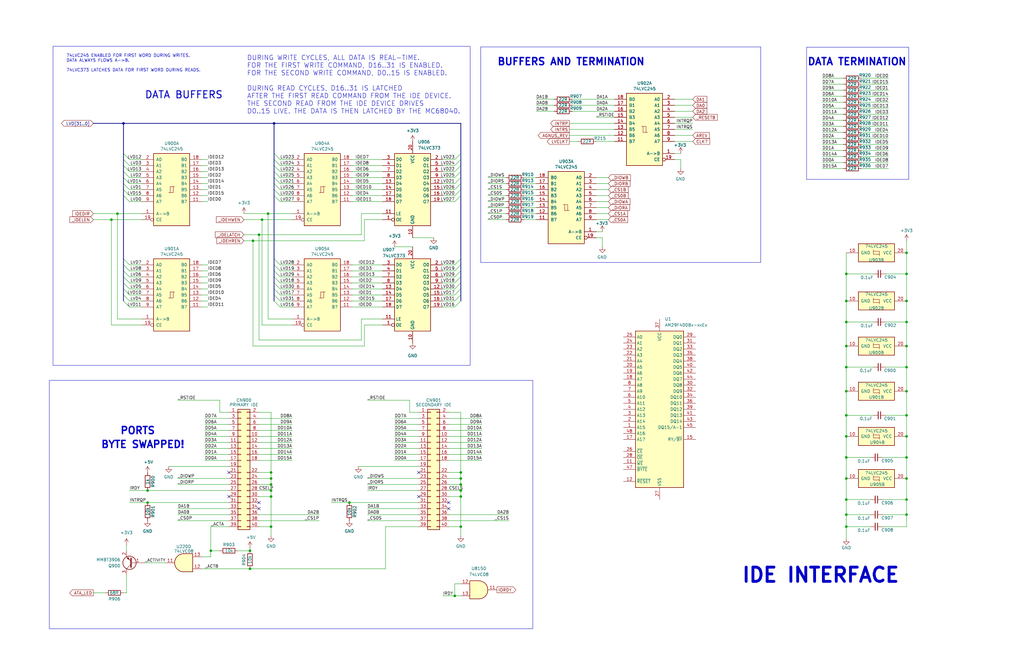
<source format=kicad_sch>
(kicad_sch (version 20231120) (generator "eeschema") (generator_version "8.0")
  (paper "B")
  (title_block (title "AMIGA PCI") (date "2025-05-27") (rev "6.0"))
  (junction (at 356.87 175.26))
  (junction (at 356.87 127))
  (junction (at 109.22 99.06))
  (junction (at 194.31 209.55))
  (junction (at 191.77 251.46))
  (junction (at 115.57 52.07))
  (junction (at 356.87 115.57))
  (junction (at 356.87 146.05))
  (junction (at 356.87 193.04))
  (junction (at 356.87 165.1))
  (junction (at 46.99 92.71))
  (junction (at 88.9 232.41))
  (junction (at 356.87 135.89))
  (junction (at 114.3 209.55))
  (junction (at 62.23 212.09))
  (junction (at 382.27 193.04))
  (junction (at 356.87 210.82))
  (junction (at 105.41 232.41))
  (junction (at 194.31 207.01))
  (junction (at 114.3 199.39))
  (junction (at 382.27 201.93))
  (junction (at 382.27 165.1))
  (junction (at 356.87 154.94))
  (junction (at 62.23 207.01))
  (junction (at 356.87 184.15))
  (junction (at 52.07 52.07))
  (junction (at 194.31 201.93))
  (junction (at 356.87 217.17))
  (junction (at 147.32 212.09))
  (junction (at 382.27 154.94))
  (junction (at 49.53 90.17))
  (junction (at 114.3 201.93))
  (junction (at 382.27 127))
  (junction (at 382.27 146.05))
  (junction (at 114.3 222.25))
  (junction (at 194.31 204.47))
  (junction (at 106.68 101.6))
  (junction (at 114.3 204.47))
  (junction (at 382.27 175.26))
  (junction (at 382.27 135.89))
  (junction (at 194.31 222.25))
  (junction (at 382.27 210.82))
  (junction (at 356.87 222.25))
  (junction (at 356.87 201.93))
  (junction (at 382.27 106.68))
  (junction (at 110.49 92.71))
  (junction (at 114.3 207.01))
  (junction (at 382.27 184.15))
  (junction (at 194.31 199.39))
  (junction (at 382.27 115.57))
  (junction (at 113.03 90.17))
  (junction (at 105.41 240.03))
  (junction (at 382.27 217.17))
  (no_connect (at 109.22 212.09))
  (no_connect (at 109.22 214.63))
  (no_connect (at 176.53 199.39))
  (no_connect (at 189.23 214.63))
  (no_connect (at 189.23 212.09))
  (no_connect (at 96.52 199.39))
  (no_connect (at 176.53 209.55))
  (no_connect (at 96.52 209.55))
  (bus_entry (at 194.31 121.92) (size -2.54 2.54))
  (bus_entry (at 194.31 114.3) (size -2.54 2.54))
  (bus_entry (at 115.57 80.01) (size 2.54 2.54))
  (bus_entry (at 194.31 119.38) (size -2.54 2.54))
  (bus_entry (at 194.31 64.77) (size -2.54 2.54))
  (bus_entry (at 52.07 127) (size 2.54 2.54))
  (bus_entry (at 115.57 124.46) (size 2.54 2.54))
  (bus_entry (at 194.31 116.84) (size -2.54 2.54))
  (bus_entry (at 115.57 82.55) (size 2.54 2.54))
  (bus_entry (at 52.07 72.39) (size 2.54 2.54))
  (bus_entry (at 52.07 114.3) (size 2.54 2.54))
  (bus_entry (at 52.07 121.92) (size 2.54 2.54))
  (bus_entry (at 52.07 119.38) (size 2.54 2.54))
  (bus_entry (at 194.31 67.31) (size -2.54 2.54))
  (bus_entry (at 115.57 127) (size 2.54 2.54))
  (bus_entry (at 115.57 116.84) (size 2.54 2.54))
  (bus_entry (at 52.07 77.47) (size 2.54 2.54))
  (bus_entry (at 194.31 74.93) (size -2.54 2.54))
  (bus_entry (at 115.57 121.92) (size 2.54 2.54))
  (bus_entry (at 52.07 111.76) (size 2.54 2.54))
  (bus_entry (at 194.31 109.22) (size -2.54 2.54))
  (bus_entry (at 52.07 64.77) (size 2.54 2.54))
  (bus_entry (at 115.57 119.38) (size 2.54 2.54))
  (bus_entry (at 194.31 72.39) (size -2.54 2.54))
  (bus_entry (at 115.57 72.39) (size 2.54 2.54))
  (bus_entry (at 115.57 64.77) (size 2.54 2.54))
  (bus_entry (at 194.31 69.85) (size -2.54 2.54))
  (bus_entry (at 115.57 77.47) (size 2.54 2.54))
  (bus_entry (at 115.57 69.85) (size 2.54 2.54))
  (bus_entry (at 115.57 74.93) (size 2.54 2.54))
  (bus_entry (at 115.57 114.3) (size 2.54 2.54))
  (bus_entry (at 194.31 77.47) (size -2.54 2.54))
  (bus_entry (at 52.07 109.22) (size 2.54 2.54))
  (bus_entry (at 194.31 127) (size -2.54 2.54))
  (bus_entry (at 194.31 124.46) (size -2.54 2.54))
  (bus_entry (at 52.07 116.84) (size 2.54 2.54))
  (bus_entry (at 52.07 67.31) (size 2.54 2.54))
  (bus_entry (at 52.07 74.93) (size 2.54 2.54))
  (bus_entry (at 52.07 80.01) (size 2.54 2.54))
  (bus_entry (at 115.57 67.31) (size 2.54 2.54))
  (bus_entry (at 194.31 82.55) (size -2.54 2.54))
  (bus_entry (at 194.31 111.76) (size -2.54 2.54))
  (bus_entry (at 52.07 82.55) (size 2.54 2.54))
  (bus_entry (at 194.31 80.01) (size -2.54 2.54))
  (bus_entry (at 52.07 124.46) (size 2.54 2.54))
  (bus_entry (at 115.57 109.22) (size 2.54 2.54))
  (bus_entry (at 115.57 111.76) (size 2.54 2.54))
  (bus_entry (at 52.07 69.85) (size 2.54 2.54))
  (wire (pts (xy 363.22 33.02) (xy 374.65 33.02)))
  (wire (pts (xy 251.46 49.53) (xy 259.08 49.53)))
  (wire (pts (xy 118.11 127) (xy 123.19 127)))
  (wire (pts (xy 54.61 74.93) (xy 59.69 74.93)))
  (wire (pts (xy 191.77 127) (xy 186.69 127)))
  (wire (pts (xy 241.3 46.99) (xy 259.08 46.99)))
  (wire (pts (xy 220.98 85.09) (xy 226.06 85.09)))
  (wire (pts (xy 86.36 189.23) (xy 96.52 189.23)))
  (wire (pts (xy 220.98 74.93) (xy 226.06 74.93)))
  (wire (pts (xy 189.23 191.77) (xy 203.2 191.77)))
  (wire (pts (xy 54.61 72.39) (xy 59.69 72.39)))
  (bus (pts (xy 52.07 52.07) (xy 39.37 52.07)))
  (wire (pts (xy 382.27 154.94) (xy 382.27 165.1)))
  (wire (pts (xy 54.61 119.38) (xy 59.69 119.38)))
  (wire (pts (xy 87.63 67.31) (xy 85.09 67.31)))
  (wire (pts (xy 191.77 69.85) (xy 186.69 69.85)))
  (wire (pts (xy 356.87 227.33) (xy 356.87 222.25)))
  (wire (pts (xy 118.11 69.85) (xy 123.19 69.85)))
  (wire (pts (xy 151.13 196.85) (xy 176.53 196.85)))
  (wire (pts (xy 87.63 72.39) (xy 85.09 72.39)))
  (bus (pts (xy 194.31 111.76) (xy 194.31 114.3)))
  (wire (pts (xy 240.03 52.07) (xy 259.08 52.07)))
  (wire (pts (xy 49.53 134.62) (xy 59.69 134.62)))
  (wire (pts (xy 382.27 115.57) (xy 373.38 115.57)))
  (wire (pts (xy 87.63 69.85) (xy 85.09 69.85)))
  (wire (pts (xy 363.22 38.1) (xy 374.65 38.1)))
  (wire (pts (xy 251.46 85.09) (xy 256.54 85.09)))
  (wire (pts (xy 86.36 176.53) (xy 96.52 176.53)))
  (wire (pts (xy 356.87 217.17) (xy 356.87 210.82)))
  (wire (pts (xy 226.06 46.99) (xy 233.68 46.99)))
  (bus (pts (xy 115.57 77.47) (xy 115.57 74.93)))
  (bus (pts (xy 194.31 114.3) (xy 194.31 116.84)))
  (wire (pts (xy 173.99 100.33) (xy 182.88 100.33)))
  (bus (pts (xy 115.57 124.46) (xy 115.57 127)))
  (wire (pts (xy 372.11 210.82) (xy 382.27 210.82)))
  (wire (pts (xy 241.3 44.45) (xy 259.08 44.45)))
  (bus (pts (xy 52.07 64.77) (xy 52.07 52.07)))
  (wire (pts (xy 87.63 116.84) (xy 85.09 116.84)))
  (bus (pts (xy 115.57 82.55) (xy 115.57 109.22)))
  (wire (pts (xy 74.93 219.71) (xy 96.52 219.71)))
  (wire (pts (xy 102.87 90.17) (xy 113.03 90.17)))
  (wire (pts (xy 356.87 201.93) (xy 356.87 210.82)))
  (wire (pts (xy 368.3 135.89) (xy 356.87 135.89)))
  (wire (pts (xy 346.71 35.56) (xy 355.6 35.56)))
  (bus (pts (xy 52.07 52.07) (xy 115.57 52.07)))
  (wire (pts (xy 118.11 74.93) (xy 123.19 74.93)))
  (bus (pts (xy 115.57 69.85) (xy 115.57 67.31)))
  (wire (pts (xy 284.48 54.61) (xy 292.1 54.61)))
  (wire (pts (xy 86.36 181.61) (xy 96.52 181.61)))
  (wire (pts (xy 363.22 40.64) (xy 374.65 40.64)))
  (wire (pts (xy 189.23 176.53) (xy 203.2 176.53)))
  (wire (pts (xy 191.77 85.09) (xy 186.69 85.09)))
  (wire (pts (xy 118.11 80.01) (xy 123.19 80.01)))
  (wire (pts (xy 205.74 77.47) (xy 213.36 77.47)))
  (wire (pts (xy 88.9 222.25) (xy 96.52 222.25)))
  (wire (pts (xy 118.11 124.46) (xy 123.19 124.46)))
  (wire (pts (xy 96.52 173.99) (xy 92.71 173.99)))
  (wire (pts (xy 191.77 246.38) (xy 191.77 251.46)))
  (wire (pts (xy 191.77 116.84) (xy 186.69 116.84)))
  (wire (pts (xy 166.37 184.15) (xy 176.53 184.15)))
  (wire (pts (xy 109.22 209.55) (xy 114.3 209.55)))
  (wire (pts (xy 382.27 146.05) (xy 382.27 154.94)))
  (wire (pts (xy 86.36 179.07) (xy 96.52 179.07)))
  (bus (pts (xy 115.57 114.3) (xy 115.57 116.84)))
  (wire (pts (xy 113.03 134.62) (xy 113.03 90.17)))
  (wire (pts (xy 148.59 119.38) (xy 161.29 119.38)))
  (bus (pts (xy 52.07 109.22) (xy 52.07 111.76)))
  (wire (pts (xy 109.22 201.93) (xy 114.3 201.93)))
  (wire (pts (xy 54.61 77.47) (xy 59.69 77.47)))
  (wire (pts (xy 86.36 186.69) (xy 96.52 186.69)))
  (wire (pts (xy 114.3 209.55) (xy 114.3 222.25)))
  (wire (pts (xy 49.53 90.17) (xy 59.69 90.17)))
  (wire (pts (xy 109.22 184.15) (xy 123.19 184.15)))
  (wire (pts (xy 166.37 104.14) (xy 173.99 104.14)))
  (wire (pts (xy 152.4 99.06) (xy 109.22 99.06)))
  (wire (pts (xy 251.46 74.93) (xy 256.54 74.93)))
  (wire (pts (xy 54.61 114.3) (xy 59.69 114.3)))
  (wire (pts (xy 284.48 41.91) (xy 292.1 41.91)))
  (wire (pts (xy 148.59 129.54) (xy 161.29 129.54)))
  (wire (pts (xy 148.59 111.76) (xy 161.29 111.76)))
  (wire (pts (xy 71.12 196.85) (xy 96.52 196.85)))
  (wire (pts (xy 109.22 173.99) (xy 114.3 173.99)))
  (wire (pts (xy 356.87 106.68) (xy 356.87 115.57)))
  (wire (pts (xy 346.71 66.04) (xy 355.6 66.04)))
  (wire (pts (xy 118.11 67.31) (xy 123.19 67.31)))
  (bus (pts (xy 52.07 74.93) (xy 52.07 72.39)))
  (wire (pts (xy 382.27 101.6) (xy 382.27 106.68)))
  (wire (pts (xy 363.22 50.8) (xy 374.65 50.8)))
  (bus (pts (xy 52.07 69.85) (xy 52.07 67.31)))
  (wire (pts (xy 161.29 134.62) (xy 152.4 134.62)))
  (wire (pts (xy 166.37 194.31) (xy 176.53 194.31)))
  (wire (pts (xy 189.23 201.93) (xy 194.31 201.93)))
  (wire (pts (xy 161.29 137.16) (xy 153.67 137.16)))
  (wire (pts (xy 346.71 45.72) (xy 355.6 45.72)))
  (wire (pts (xy 189.23 179.07) (xy 203.2 179.07)))
  (wire (pts (xy 191.77 74.93) (xy 186.69 74.93)))
  (wire (pts (xy 74.93 204.47) (xy 96.52 204.47)))
  (wire (pts (xy 153.67 146.05) (xy 106.68 146.05)))
  (wire (pts (xy 86.36 184.15) (xy 96.52 184.15)))
  (wire (pts (xy 251.46 97.79) (xy 254 97.79)))
  (wire (pts (xy 59.69 137.16) (xy 46.99 137.16)))
  (bus (pts (xy 52.07 82.55) (xy 52.07 80.01)))
  (bus (pts (xy 194.31 119.38) (xy 194.31 121.92)))
  (wire (pts (xy 382.27 193.04) (xy 382.27 201.93)))
  (wire (pts (xy 106.68 101.6) (xy 153.67 101.6)))
  (wire (pts (xy 54.61 121.92) (xy 59.69 121.92)))
  (bus (pts (xy 115.57 67.31) (xy 115.57 64.77)))
  (wire (pts (xy 109.22 194.31) (xy 123.19 194.31)))
  (wire (pts (xy 85.09 240.03) (xy 105.41 240.03)))
  (bus (pts (xy 115.57 119.38) (xy 115.57 121.92)))
  (wire (pts (xy 109.22 99.06) (xy 102.87 99.06)))
  (bus (pts (xy 194.31 121.92) (xy 194.31 124.46)))
  (bus (pts (xy 194.31 82.55) (xy 194.31 109.22)))
  (wire (pts (xy 189.23 189.23) (xy 203.2 189.23)))
  (wire (pts (xy 118.11 114.3) (xy 123.19 114.3)))
  (wire (pts (xy 226.06 41.91) (xy 233.68 41.91)))
  (wire (pts (xy 100.33 232.41) (xy 105.41 232.41)))
  (wire (pts (xy 105.41 240.03) (xy 162.56 240.03)))
  (wire (pts (xy 191.77 111.76) (xy 186.69 111.76)))
  (wire (pts (xy 148.59 77.47) (xy 161.29 77.47)))
  (wire (pts (xy 205.74 82.55) (xy 213.36 82.55)))
  (wire (pts (xy 346.71 33.02) (xy 355.6 33.02)))
  (wire (pts (xy 166.37 186.69) (xy 176.53 186.69)))
  (wire (pts (xy 191.77 82.55) (xy 186.69 82.55)))
  (wire (pts (xy 240.03 57.15) (xy 259.08 57.15)))
  (wire (pts (xy 166.37 189.23) (xy 176.53 189.23)))
  (wire (pts (xy 153.67 137.16) (xy 153.67 146.05)))
  (wire (pts (xy 194.31 207.01) (xy 194.31 209.55)))
  (wire (pts (xy 109.22 181.61) (xy 123.19 181.61)))
  (wire (pts (xy 372.11 217.17) (xy 382.27 217.17)))
  (wire (pts (xy 356.87 146.05) (xy 356.87 154.94)))
  (wire (pts (xy 148.59 85.09) (xy 161.29 85.09)))
  (wire (pts (xy 162.56 222.25) (xy 176.53 222.25)))
  (wire (pts (xy 166.37 181.61) (xy 176.53 181.61)))
  (wire (pts (xy 152.4 134.62) (xy 152.4 143.51)))
  (wire (pts (xy 118.11 119.38) (xy 123.19 119.38)))
  (wire (pts (xy 54.61 111.76) (xy 59.69 111.76)))
  (wire (pts (xy 60.96 237.49) (xy 69.85 237.49)))
  (wire (pts (xy 118.11 72.39) (xy 123.19 72.39)))
  (wire (pts (xy 87.63 111.76) (xy 85.09 111.76)))
  (wire (pts (xy 87.63 129.54) (xy 85.09 129.54)))
  (wire (pts (xy 191.77 124.46) (xy 186.69 124.46)))
  (wire (pts (xy 194.31 222.25) (xy 194.31 226.06)))
  (wire (pts (xy 382.27 201.93) (xy 382.27 210.82)))
  (wire (pts (xy 205.74 85.09) (xy 213.36 85.09)))
  (wire (pts (xy 284.48 46.99) (xy 292.1 46.99)))
  (wire (pts (xy 54.61 207.01) (xy 62.23 207.01)))
  (wire (pts (xy 148.59 124.46) (xy 161.29 124.46)))
  (wire (pts (xy 363.22 71.12) (xy 374.65 71.12)))
  (bus (pts (xy 194.31 80.01) (xy 194.31 77.47)))
  (wire (pts (xy 284.48 44.45) (xy 292.1 44.45)))
  (wire (pts (xy 240.03 59.69) (xy 243.84 59.69)))
  (bus (pts (xy 52.07 114.3) (xy 52.07 116.84)))
  (wire (pts (xy 105.41 231.14) (xy 105.41 232.41)))
  (wire (pts (xy 54.61 116.84) (xy 59.69 116.84)))
  (wire (pts (xy 88.9 234.95) (xy 88.9 232.41)))
  (bus (pts (xy 52.07 124.46) (xy 52.07 127)))
  (wire (pts (xy 251.46 87.63) (xy 256.54 87.63)))
  (wire (pts (xy 74.93 214.63) (xy 96.52 214.63)))
  (bus (pts (xy 52.07 116.84) (xy 52.07 119.38)))
  (bus (pts (xy 194.31 109.22) (xy 194.31 111.76)))
  (wire (pts (xy 284.48 52.07) (xy 292.1 52.07)))
  (wire (pts (xy 382.27 184.15) (xy 382.27 193.04)))
  (wire (pts (xy 363.22 43.18) (xy 374.65 43.18)))
  (wire (pts (xy 153.67 101.6) (xy 153.67 92.71)))
  (wire (pts (xy 53.34 229.87) (xy 53.34 232.41)))
  (wire (pts (xy 382.27 106.68) (xy 382.27 115.57)))
  (wire (pts (xy 284.48 64.77) (xy 287.02 64.77)))
  (wire (pts (xy 346.71 53.34) (xy 355.6 53.34)))
  (wire (pts (xy 356.87 127) (xy 356.87 135.89)))
  (wire (pts (xy 54.61 127) (xy 59.69 127)))
  (wire (pts (xy 154.94 201.93) (xy 176.53 201.93)))
  (wire (pts (xy 74.93 201.93) (xy 96.52 201.93)))
  (wire (pts (xy 166.37 179.07) (xy 176.53 179.07)))
  (wire (pts (xy 194.31 246.38) (xy 191.77 246.38)))
  (wire (pts (xy 373.38 175.26) (xy 382.27 175.26)))
  (wire (pts (xy 346.71 40.64) (xy 355.6 40.64)))
  (wire (pts (xy 346.71 58.42) (xy 355.6 58.42)))
  (wire (pts (xy 191.77 114.3) (xy 186.69 114.3)))
  (wire (pts (xy 356.87 115.57) (xy 356.87 127)))
  (bus (pts (xy 115.57 80.01) (xy 115.57 77.47)))
  (wire (pts (xy 154.94 168.91) (xy 172.72 168.91)))
  (wire (pts (xy 152.4 143.51) (xy 109.22 143.51)))
  (bus (pts (xy 194.31 116.84) (xy 194.31 119.38)))
  (wire (pts (xy 367.03 210.82) (xy 356.87 210.82)))
  (wire (pts (xy 191.77 72.39) (xy 186.69 72.39)))
  (wire (pts (xy 205.74 90.17) (xy 213.36 90.17)))
  (bus (pts (xy 115.57 111.76) (xy 115.57 114.3)))
  (wire (pts (xy 189.23 184.15) (xy 203.2 184.15)))
  (wire (pts (xy 109.22 207.01) (xy 114.3 207.01)))
  (wire (pts (xy 346.71 60.96) (xy 355.6 60.96)))
  (wire (pts (xy 241.3 41.91) (xy 259.08 41.91)))
  (wire (pts (xy 363.22 53.34) (xy 374.65 53.34)))
  (wire (pts (xy 54.61 85.09) (xy 59.69 85.09)))
  (wire (pts (xy 52.07 250.19) (xy 53.34 250.19)))
  (wire (pts (xy 148.59 127) (xy 161.29 127)))
  (bus (pts (xy 194.31 82.55) (xy 194.31 80.01)))
  (wire (pts (xy 189.23 207.01) (xy 194.31 207.01)))
  (wire (pts (xy 62.23 212.09) (xy 96.52 212.09)))
  (bus (pts (xy 115.57 52.07) (xy 194.31 52.07)))
  (wire (pts (xy 87.63 82.55) (xy 85.09 82.55)))
  (wire (pts (xy 356.87 154.94) (xy 356.87 165.1)))
  (wire (pts (xy 189.23 186.69) (xy 203.2 186.69)))
  (wire (pts (xy 154.94 219.71) (xy 176.53 219.71)))
  (wire (pts (xy 114.3 201.93) (xy 114.3 204.47)))
  (wire (pts (xy 109.22 186.69) (xy 123.19 186.69)))
  (wire (pts (xy 87.63 80.01) (xy 85.09 80.01)))
  (wire (pts (xy 189.23 199.39) (xy 194.31 199.39)))
  (wire (pts (xy 205.74 92.71) (xy 213.36 92.71)))
  (wire (pts (xy 114.3 204.47) (xy 114.3 207.01)))
  (wire (pts (xy 152.4 90.17) (xy 152.4 99.06)))
  (wire (pts (xy 54.61 67.31) (xy 59.69 67.31)))
  (bus (pts (xy 115.57 64.77) (xy 115.57 52.07)))
  (wire (pts (xy 110.49 137.16) (xy 110.49 92.71)))
  (wire (pts (xy 382.27 115.57) (xy 382.27 127)))
  (wire (pts (xy 363.22 55.88) (xy 374.65 55.88)))
  (bus (pts (xy 194.31 72.39) (xy 194.31 69.85)))
  (wire (pts (xy 87.63 127) (xy 85.09 127)))
  (wire (pts (xy 154.94 214.63) (xy 176.53 214.63)))
  (bus (pts (xy 194.31 74.93) (xy 194.31 72.39)))
  (wire (pts (xy 191.77 67.31) (xy 186.69 67.31)))
  (wire (pts (xy 346.71 55.88) (xy 355.6 55.88)))
  (wire (pts (xy 54.61 124.46) (xy 59.69 124.46)))
  (wire (pts (xy 382.27 127) (xy 382.27 135.89)))
  (wire (pts (xy 92.71 173.99) (xy 92.71 168.91)))
  (wire (pts (xy 346.71 63.5) (xy 355.6 63.5)))
  (wire (pts (xy 284.48 57.15) (xy 292.1 57.15)))
  (wire (pts (xy 346.71 71.12) (xy 355.6 71.12)))
  (wire (pts (xy 189.23 209.55) (xy 194.31 209.55)))
  (wire (pts (xy 114.3 207.01) (xy 114.3 209.55)))
  (wire (pts (xy 118.11 121.92) (xy 123.19 121.92)))
  (wire (pts (xy 53.34 250.19) (xy 53.34 242.57)))
  (wire (pts (xy 284.48 59.69) (xy 292.1 59.69)))
  (wire (pts (xy 39.37 92.71) (xy 46.99 92.71)))
  (wire (pts (xy 346.71 38.1) (xy 355.6 38.1)))
  (wire (pts (xy 46.99 137.16) (xy 46.99 92.71)))
  (bus (pts (xy 194.31 77.47) (xy 194.31 74.93)))
  (bus (pts (xy 194.31 67.31) (xy 194.31 64.77)))
  (wire (pts (xy 363.22 68.58) (xy 374.65 68.58)))
  (wire (pts (xy 346.71 68.58) (xy 355.6 68.58)))
  (wire (pts (xy 194.31 199.39) (xy 194.31 201.93)))
  (wire (pts (xy 382.27 217.17) (xy 382.27 222.25)))
  (wire (pts (xy 139.7 212.09) (xy 147.32 212.09)))
  (bus (pts (xy 52.07 72.39) (xy 52.07 69.85)))
  (wire (pts (xy 363.22 35.56) (xy 374.65 35.56)))
  (wire (pts (xy 148.59 67.31) (xy 161.29 67.31)))
  (bus (pts (xy 52.07 111.76) (xy 52.07 114.3)))
  (bus (pts (xy 52.07 82.55) (xy 52.07 109.22)))
  (wire (pts (xy 114.3 173.99) (xy 114.3 199.39)))
  (wire (pts (xy 85.09 234.95) (xy 88.9 234.95)))
  (wire (pts (xy 109.22 222.25) (xy 114.3 222.25)))
  (wire (pts (xy 382.27 175.26) (xy 382.27 184.15)))
  (wire (pts (xy 109.22 176.53) (xy 123.19 176.53)))
  (wire (pts (xy 62.23 207.01) (xy 96.52 207.01)))
  (wire (pts (xy 87.63 85.09) (xy 85.09 85.09)))
  (wire (pts (xy 113.03 90.17) (xy 123.19 90.17)))
  (wire (pts (xy 191.77 77.47) (xy 186.69 77.47)))
  (wire (pts (xy 226.06 44.45) (xy 233.68 44.45)))
  (wire (pts (xy 363.22 66.04) (xy 374.65 66.04)))
  (wire (pts (xy 109.22 204.47) (xy 114.3 204.47)))
  (wire (pts (xy 87.63 124.46) (xy 85.09 124.46)))
  (wire (pts (xy 220.98 77.47) (xy 226.06 77.47)))
  (wire (pts (xy 363.22 60.96) (xy 374.65 60.96)))
  (bus (pts (xy 52.07 77.47) (xy 52.07 74.93)))
  (wire (pts (xy 114.3 222.25) (xy 114.3 226.06)))
  (wire (pts (xy 118.11 111.76) (xy 123.19 111.76)))
  (wire (pts (xy 382.27 135.89) (xy 373.38 135.89)))
  (wire (pts (xy 118.11 77.47) (xy 123.19 77.47)))
  (wire (pts (xy 54.61 69.85) (xy 59.69 69.85)))
  (wire (pts (xy 220.98 92.71) (xy 226.06 92.71)))
  (wire (pts (xy 373.38 154.94) (xy 382.27 154.94)))
  (wire (pts (xy 148.59 80.01) (xy 161.29 80.01)))
  (wire (pts (xy 220.98 87.63) (xy 226.06 87.63)))
  (wire (pts (xy 109.22 179.07) (xy 123.19 179.07)))
  (wire (pts (xy 368.3 154.94) (xy 356.87 154.94)))
  (bus (pts (xy 194.31 124.46) (xy 194.31 127)))
  (wire (pts (xy 118.11 129.54) (xy 123.19 129.54)))
  (wire (pts (xy 367.03 222.25) (xy 356.87 222.25)))
  (wire (pts (xy 220.98 82.55) (xy 226.06 82.55)))
  (wire (pts (xy 191.77 251.46) (xy 194.31 251.46)))
  (wire (pts (xy 191.77 80.01) (xy 186.69 80.01)))
  (wire (pts (xy 87.63 114.3) (xy 85.09 114.3)))
  (bus (pts (xy 52.07 67.31) (xy 52.07 64.77)))
  (wire (pts (xy 220.98 80.01) (xy 226.06 80.01)))
  (wire (pts (xy 205.74 87.63) (xy 213.36 87.63)))
  (wire (pts (xy 220.98 90.17) (xy 226.06 90.17)))
  (wire (pts (xy 205.74 80.01) (xy 213.36 80.01)))
  (wire (pts (xy 287.02 67.31) (xy 284.48 67.31)))
  (bus (pts (xy 115.57 121.92) (xy 115.57 124.46)))
  (bus (pts (xy 115.57 82.55) (xy 115.57 80.01)))
  (wire (pts (xy 46.99 92.71) (xy 59.69 92.71)))
  (wire (pts (xy 87.63 119.38) (xy 85.09 119.38)))
  (wire (pts (xy 109.22 143.51) (xy 109.22 99.06)))
  (wire (pts (xy 189.23 204.47) (xy 194.31 204.47)))
  (wire (pts (xy 154.94 217.17) (xy 176.53 217.17)))
  (wire (pts (xy 162.56 240.03) (xy 162.56 222.25)))
  (wire (pts (xy 110.49 92.71) (xy 123.19 92.71)))
  (wire (pts (xy 189.23 173.99) (xy 194.31 173.99)))
  (bus (pts (xy 52.07 80.01) (xy 52.07 77.47)))
  (wire (pts (xy 382.27 135.89) (xy 382.27 146.05)))
  (wire (pts (xy 251.46 90.17) (xy 256.54 90.17)))
  (wire (pts (xy 189.23 181.61) (xy 203.2 181.61)))
  (bus (pts (xy 52.07 119.38) (xy 52.07 121.92)))
  (wire (pts (xy 191.77 119.38) (xy 186.69 119.38)))
  (wire (pts (xy 363.22 45.72) (xy 374.65 45.72)))
  (wire (pts (xy 147.32 212.09) (xy 176.53 212.09)))
  (wire (pts (xy 356.87 222.25) (xy 356.87 217.17)))
  (wire (pts (xy 194.31 204.47) (xy 194.31 207.01)))
  (wire (pts (xy 123.19 137.16) (xy 110.49 137.16)))
  (bus (pts (xy 115.57 72.39) (xy 115.57 69.85)))
  (wire (pts (xy 87.63 77.47) (xy 85.09 77.47)))
  (wire (pts (xy 363.22 58.42) (xy 374.65 58.42)))
  (wire (pts (xy 356.87 175.26) (xy 356.87 184.15)))
  (wire (pts (xy 382.27 210.82) (xy 382.27 217.17)))
  (wire (pts (xy 109.22 217.17) (xy 134.62 217.17)))
  (wire (pts (xy 240.03 54.61) (xy 259.08 54.61)))
  (wire (pts (xy 166.37 176.53) (xy 176.53 176.53)))
  (wire (pts (xy 194.31 173.99) (xy 194.31 199.39)))
  (wire (pts (xy 356.87 135.89) (xy 356.87 146.05)))
  (wire (pts (xy 251.46 77.47) (xy 256.54 77.47)))
  (wire (pts (xy 356.87 184.15) (xy 356.87 193.04)))
  (wire (pts (xy 189.23 222.25) (xy 194.31 222.25)))
  (wire (pts (xy 113.03 134.62) (xy 123.19 134.62)))
  (wire (pts (xy 189.23 217.17) (xy 214.63 217.17)))
  (wire (pts (xy 109.22 191.77) (xy 123.19 191.77)))
  (wire (pts (xy 172.72 173.99) (xy 172.72 168.91)))
  (wire (pts (xy 106.68 146.05) (xy 106.68 101.6)))
  (wire (pts (xy 367.03 217.17) (xy 356.87 217.17)))
  (wire (pts (xy 86.36 191.77) (xy 96.52 191.77)))
  (wire (pts (xy 109.22 199.39) (xy 114.3 199.39)))
  (wire (pts (xy 194.31 209.55) (xy 194.31 222.25)))
  (wire (pts (xy 166.37 191.77) (xy 176.53 191.77)))
  (wire (pts (xy 86.36 194.31) (xy 96.52 194.31)))
  (wire (pts (xy 194.31 201.93) (xy 194.31 204.47)))
  (wire (pts (xy 87.63 121.92) (xy 85.09 121.92)))
  (wire (pts (xy 39.37 250.19) (xy 44.45 250.19)))
  (wire (pts (xy 372.11 193.04) (xy 382.27 193.04)))
  (wire (pts (xy 251.46 92.71) (xy 256.54 92.71)))
  (wire (pts (xy 363.22 48.26) (xy 374.65 48.26)))
  (wire (pts (xy 186.69 251.46) (xy 191.77 251.46)))
  (wire (pts (xy 118.11 116.84) (xy 123.19 116.84)))
  (wire (pts (xy 109.22 189.23) (xy 123.19 189.23)))
  (wire (pts (xy 205.74 74.93) (xy 213.36 74.93)))
  (wire (pts (xy 356.87 165.1) (xy 356.87 175.26)))
  (wire (pts (xy 346.71 50.8) (xy 355.6 50.8)))
  (wire (pts (xy 382.27 165.1) (xy 382.27 175.26)))
  (wire (pts (xy 189.23 194.31) (xy 203.2 194.31)))
  (wire (pts (xy 118.11 85.09) (xy 123.19 85.09)))
  (wire (pts (xy 189.23 219.71) (xy 214.63 219.71)))
  (wire (pts (xy 148.59 82.55) (xy 161.29 82.55)))
  (wire (pts (xy 88.9 232.41) (xy 88.9 222.25)))
  (wire (pts (xy 148.59 72.39) (xy 161.29 72.39)))
  (bus (pts (xy 115.57 109.22) (xy 115.57 111.76)))
  (wire (pts (xy 154.94 204.47) (xy 176.53 204.47)))
  (wire (pts (xy 54.61 129.54) (xy 59.69 129.54)))
  (wire (pts (xy 148.59 114.3) (xy 161.29 114.3)))
  (wire (pts (xy 102.87 92.71) (xy 110.49 92.71)))
  (wire (pts (xy 363.22 63.5) (xy 374.65 63.5)))
  (wire (pts (xy 251.46 59.69) (xy 259.08 59.69)))
  (wire (pts (xy 372.11 222.25) (xy 382.27 222.25)))
  (wire (pts (xy 88.9 232.41) (xy 92.71 232.41)))
  (wire (pts (xy 367.03 193.04) (xy 356.87 193.04)))
  (wire (pts (xy 153.67 92.71) (xy 161.29 92.71)))
  (wire (pts (xy 54.61 212.09) (xy 62.23 212.09)))
  (bus (pts (xy 52.07 121.92) (xy 52.07 124.46)))
  (bus (pts (xy 115.57 74.93) (xy 115.57 72.39)))
  (wire (pts (xy 287.02 67.31) (xy 287.02 71.12)))
  (wire (pts (xy 154.94 207.01) (xy 176.53 207.01)))
  (wire (pts (xy 368.3 175.26) (xy 356.87 175.26)))
  (wire (pts (xy 161.29 90.17) (xy 152.4 90.17)))
  (wire (pts (xy 148.59 74.93) (xy 161.29 74.93)))
  (wire (pts (xy 346.71 48.26) (xy 355.6 48.26)))
  (wire (pts (xy 148.59 121.92) (xy 161.29 121.92)))
  (wire (pts (xy 109.22 219.71) (xy 134.62 219.71)))
  (wire (pts (xy 254 100.33) (xy 251.46 100.33)))
  (wire (pts (xy 346.71 43.18) (xy 355.6 43.18)))
  (wire (pts (xy 356.87 193.04) (xy 356.87 201.93)))
  (bus (pts (xy 194.31 69.85) (xy 194.31 67.31)))
  (wire (pts (xy 284.48 49.53) (xy 292.1 49.53)))
  (wire (pts (xy 148.59 69.85) (xy 161.29 69.85)))
  (wire (pts (xy 39.37 90.17) (xy 49.53 90.17)))
  (wire (pts (xy 54.61 82.55) (xy 59.69 82.55)))
  (wire (pts (xy 191.77 121.92) (xy 186.69 121.92)))
  (wire (pts (xy 118.11 82.55) (xy 123.19 82.55)))
  (bus (pts (xy 115.57 116.84) (xy 115.57 119.38)))
  (wire (pts (xy 114.3 199.39) (xy 114.3 201.93)))
  (wire (pts (xy 74.93 168.91) (xy 92.71 168.91)))
  (wire (pts (xy 251.46 82.55) (xy 256.54 82.55)))
  (wire (pts (xy 254 100.33) (xy 254 104.14)))
  (wire (pts (xy 176.53 173.99) (xy 172.72 173.99)))
  (wire (pts (xy 54.61 80.01) (xy 59.69 80.01)))
  (wire (pts (xy 74.93 217.17) (xy 96.52 217.17)))
  (wire (pts (xy 49.53 134.62) (xy 49.53 90.17)))
  (wire (pts (xy 251.46 80.01) (xy 256.54 80.01)))
  (wire (pts (xy 191.77 129.54) (xy 186.69 129.54)))
  (wire (pts (xy 102.87 101.6) (xy 106.68 101.6)))
  (wire (pts (xy 148.59 116.84) (xy 161.29 116.84)))
  (bus (pts (xy 194.31 64.77) (xy 194.31 52.07)))
  (wire (pts (xy 368.3 115.57) (xy 356.87 115.57)))
  (wire (pts (xy 87.63 74.93) (xy 85.09 74.93)))
  (rectangle (start 340.1 19.939) (end 383.2 75.7))
  (rectangle (start 202.692 19.812) (end 320.802 110.744))
  (rectangle (start 20.817 160.5) (end 224.7 265.296))
  (rectangle (start 22.352 19.558) (end 198.247 154.178))
  (text "PORTS" (at 50.546 183.642 0) (effects (font (size 3 3) (bold yes)) (justify left bottom)))
  (text "BUFFERS AND TERMINATION" (at 209.55 27.94 0) (effects (font (size 3 3) (bold yes)) (justify left bottom)))
  (text "DATA TERMINATION" (at 340.36 27.94 0) (effects (font (size 3 3) (thickness 0.6) (bold yes)) (justify left bottom)))
  (text "DATA BUFFERS" (at 60.96 41.91 0) (effects (font (size 3 3) (thickness 0.4) (bold yes)) (justify left bottom)))
  (text "74LVC245 ENABLED FOR FIRST WORD DURING WRITES.\nDATA ALWAYS FLOWS A->B.\n\n74LVC373 LATCHES DATA FOR FIRST WORD DURING READS." (at 27.94 30.48 0) (effects (font (size 1.27 1.27)) (justify left bottom)))
  (text "IDE INTERFACE" (at 312.42 246.38 0) (effects (font (size 6 6) (thickness 1.2) (bold yes)) (justify left bottom)))
  (text "BYTE SWAPPED!" (at 42.418 189.484 0) (effects (font (size 3 3) (thickness 0.6) (bold yes)) (justify left bottom)))
  (text "DURING WRITE CYCLES, ALL DATA IS REAL-TIME. \nFOR THE FIRST WRITE COMMAND, D16..31 IS ENABLED.\nFOR THE SECOND WRITE COMMAND, D0..15 IS ENABLED.\n\nDURING READ CYCLES, D16..31 IS LATCHED \nAFTER THE FIRST READ COMMAND FROM THE IDE DEVICE.\nTHE SECOND READ FROM THE IDE DEVICE DRIVES\nD0..15 LIVE. THE DATA IS THEN LATCHED BY THE MC68040." (at 104.14 48.26 0) (effects (font (size 2 2)) (justify left bottom)))
  (label "DD8A" (at 346.71 33.02 0))
  (label "DD12A" (at 203.2 186.69 180))
  (label "IRDY" (at 186.69 251.46 0))
  (label "_CS0S" (at 154.94 219.71 0))
  (label "LVD17" (at 118.11 124.46 0))
  (label "LVD20" (at 191.77 82.55 180))
  (label "IDED8" (at 87.63 114.3 0))
  (label "DD5A" (at 86.36 181.61 0))
  (label "IDED10" (at 149.86 80.01 0))
  (label "DD0A" (at 86.36 194.31 0))
  (label "LVD14" (at 59.69 77.47 180))
  (label "DD1A" (at 166.37 191.77 0))
  (label "LVD13" (at 59.69 72.39 180))
  (label "IDED9" (at 149.86 74.93 0))
  (label "DD13A" (at 203.2 189.23 180))
  (label "DD6A" (at 166.37 179.07 0))
  (label "LVD11" (at 59.69 129.54 180))
  (label "IDED1" (at 151.13 124.46 0))
  (label "DA1B" (at 74.93 214.63 0))
  (label "DD3A" (at 86.36 186.69 0))
  (label "DD3A" (at 166.37 186.69 0))
  (label "IDED4" (at 149.86 82.55 0))
  (label "LVD19" (at 191.77 114.3 180))
  (label "INTRQS" (at 292.1 54.61 180))
  (label "DD6A" (at 346.71 40.64 0))
  (label "DD1A" (at 86.36 191.77 0))
  (label "LVD26" (at 191.77 80.01 180))
  (label "IDED13" (at 374.65 45.72 180))
  (label "LVD28" (at 118.11 111.76 0))
  (label "_DIOWP" (at 205.74 85.09 0))
  (label "DD2A" (at 166.37 189.23 0))
  (label "IDED13" (at 87.63 72.39 0))
  (label "LVD7" (at 59.69 111.76 180))
  (label "IDED0" (at 151.13 129.54 0))
  (label "_DIORS" (at 205.74 77.47 0))
  (label "DD15A" (at 203.2 194.31 180))
  (label "DD6A" (at 86.36 179.07 0))
  (label "IDED14" (at 151.13 121.92 0))
  (label "_DIORP" (at 205.74 87.63 0))
  (label "LVD21" (at 118.11 77.47 0))
  (label "IDED12" (at 374.65 50.8 180))
  (label "IDED4" (at 374.65 55.88 180))
  (label "DD9A" (at 203.2 179.07 180))
  (label "DD0A" (at 346.71 68.58 0))
  (label "_ACTB" (at 86.36 240.03 0))
  (label "IDED8" (at 374.65 68.58 180))
  (label "LVD26" (at 118.11 80.01 0))
  (label "LVD16" (at 118.11 129.54 0))
  (label "LVD2" (at 59.69 74.93 180))
  (label "DA2A" (at 251.46 46.99 0))
  (label "_RSTIDE" (at 251.46 49.53 0))
  (label "LVD20" (at 118.11 82.55 0))
  (label "LVD24" (at 191.77 69.85 180))
  (label "DD4A" (at 346.71 50.8 0))
  (label "LVD8" (at 59.69 114.3 180))
  (label "IDED6" (at 87.63 116.84 0))
  (label "IDED14" (at 87.63 77.47 0))
  (label "DD9A" (at 123.19 179.07 180))
  (label "LVD22" (at 191.77 72.39 180))
  (label "LVD3" (at 59.69 69.85 180))
  (label "LVD0" (at 59.69 85.09 180))
  (label "DD7A" (at 346.71 35.56 0))
  (label "LVD29" (at 191.77 116.84 180))
  (label "LVD23" (at 191.77 67.31 180))
  (label "IDED10" (at 87.63 124.46 0))
  (label "LVD9" (at 59.69 119.38 180))
  (label "DD5A" (at 166.37 181.61 0))
  (label "IDED6" (at 149.86 72.39 0))
  (label "DA1B" (at 154.94 214.63 0))
  (label "DD11A" (at 123.19 184.15 180))
  (label "LVD23" (at 118.11 67.31 0))
  (label "_DIOWS" (at 154.94 201.93 0))
  (label "IDED7" (at 374.65 71.12 180))
  (label "IDED3" (at 151.13 114.3 0))
  (label "LVD22" (at 118.11 72.39 0))
  (label "IRDY" (at 54.61 207.01 0))
  (label "_CS1P" (at 134.62 219.71 180))
  (label "_DIOWS" (at 205.74 74.93 0))
  (label "IDED8" (at 149.86 69.85 0))
  (label "_CS1P" (at 205.74 90.17 0))
  (label "INTRQP" (at 54.61 212.09 0))
  (label "IDED15" (at 374.65 35.56 180))
  (label "IDED15" (at 87.63 82.55 0))
  (label "IDED1" (at 374.65 38.1 180))
  (label "IDED6" (at 374.65 66.04 180))
  (label "LVD31" (at 191.77 127 180))
  (label "_CS0P" (at 74.93 219.71 0))
  (label "DD10A" (at 123.19 181.61 180))
  (label "IDED0" (at 374.65 33.02 180))
  (label "IDED3" (at 87.63 69.85 0))
  (label "CSELP" (at 109.22 207.01 0))
  (label "LVD6" (at 59.69 116.84 180))
  (label "IDED5" (at 374.65 60.96 180))
  (label "DD0A" (at 166.37 194.31 0))
  (label "DD15A" (at 123.19 194.31 180))
  (label "LVD30" (at 118.11 121.92 0))
  (label "IDED11" (at 149.86 85.09 0))
  (label "LVD24" (at 118.11 69.85 0))
  (label "LVD25" (at 191.77 74.93 180))
  (label "DD10A" (at 346.71 43.18 0))
  (label "_ACTA" (at 88.9 222.25 0))
  (label "LVD30" (at 191.77 121.92 180))
  (label "DD8A" (at 203.2 176.53 180))
  (label "IDED15" (at 151.13 127 0))
  (label "IDED11" (at 87.63 129.54 0))
  (label "LVD27" (at 191.77 85.09 180))
  (label "LVD17" (at 191.77 124.46 180))
  (label "LVD10" (at 59.69 124.46 180))
  (label "IDED0" (at 87.63 85.09 0))
  (label "DA0A" (at 251.46 44.45 0))
  (label "IDED13" (at 151.13 116.84 0))
  (label "DA2B" (at 214.63 217.17 180))
  (label "LVD15" (at 59.69 82.55 180))
  (label "LVD21" (at 191.77 77.47 180))
  (label "_ACTIVITY" (at 69.85 237.49 180))
  (label "DD8A" (at 123.19 176.53 180))
  (label "LVD27" (at 118.11 85.09 0))
  (label "IDED7" (at 149.86 67.31 0))
  (label "IDED10" (at 374.65 58.42 180))
  (label "IDED1" (at 87.63 80.01 0))
  (label "LVD19" (at 118.11 114.3 0))
  (label "DD15A" (at 346.71 71.12 0))
  (label "DD2A" (at 346.71 58.42 0))
  (label "_CS0S" (at 205.74 82.55 0))
  (label "IDED14" (at 374.65 40.64 180))
  (label "IDED12" (at 87.63 67.31 0))
  (label "_CS1S" (at 214.63 219.71 180))
  (label "_RSTIDE" (at 74.93 168.91 0))
  (label "DA2B" (at 226.06 46.99 0))
  (label "_DIORS" (at 154.94 204.47 0))
  (label "DD14A" (at 123.19 191.77 180))
  (label "LVD28" (at 191.77 111.76 180))
  (label "DD7A" (at 86.36 176.53 0))
  (label "DD9A" (at 346.71 38.1 0))
  (label "LVD12" (at 59.69 67.31 180))
  (label "IDED3" (at 374.65 48.26 180))
  (label "LVD25" (at 118.11 74.93 0))
  (label "DD4A" (at 86.36 184.15 0))
  (label "DD11A" (at 346.71 48.26 0))
  (label "INTRQP" (at 292.1 52.07 180))
  (label "CSELS" (at 189.23 207.01 0))
  (label "IDED9" (at 374.65 63.5 180))
  (label "DD11A" (at 203.2 184.15 180))
  (label "DD4A" (at 166.37 184.15 0))
  (label "LVD16" (at 191.77 129.54 180))
  (label "LVD18" (at 191.77 119.38 180))
  (label "_DIORP" (at 74.93 204.47 0))
  (label "IRDY" (at 154.94 207.01 0))
  (label "IDED11" (at 374.65 53.34 180))
  (label "DA0B" (at 154.94 217.17 0))
  (label "DD7A" (at 166.37 176.53 0))
  (label "DD13A" (at 123.19 189.23 180))
  (label "DD3A" (at 346.71 53.34 0))
  (label "IDED12" (at 151.13 111.76 0))
  (label "_CS1S" (at 205.74 80.01 0))
  (label "DA2B" (at 134.62 217.17 180))
  (label "DD2A" (at 86.36 189.23 0))
  (label "IDED2" (at 374.65 43.18 180))
  (label "IDED7" (at 87.63 111.76 0))
  (label "DA1B" (at 226.06 41.91 0))
  (label "DA0B" (at 74.93 217.17 0))
  (label "_RSTIDE" (at 154.94 168.91 0))
  (label "_CS0P" (at 205.74 92.71 0))
  (label "LVD18" (at 118.11 119.38 0))
  (label "LVD31" (at 118.11 127 0))
  (label "_DIOWP" (at 74.93 201.93 0))
  (label "DD1A" (at 346.71 63.5 0))
  (label "DD12A" (at 123.19 186.69 180))
  (label "IDED5" (at 149.86 77.47 0))
  (label "LVD4" (at 59.69 127 180))
  (label "DD13A" (at 346.71 60.96 0))
  (label "INTRQS" (at 139.7 212.09 0))
  (label "DA0B" (at 226.06 44.45 0))
  (label "IDED5" (at 87.63 121.92 0))
  (label "DD14A" (at 346.71 66.04 0))
  (label "LVD1" (at 59.69 80.01 180))
  (label "IDED9" (at 87.63 119.38 0))
  (label "LVD5" (at 59.69 121.92 180))
  (label "DD10A" (at 203.2 181.61 180))
  (label "DD14A" (at 203.2 191.77 180))
  (label "IDED2" (at 87.63 74.93 0))
  (label "LVD29" (at 118.11 116.84 0))
  (label "DD5A" (at 346.71 45.72 0))
  (label "DA1A" (at 251.46 41.91 0))
  (label "IDED2" (at 151.13 119.38 0))
  (label "DD12A" (at 346.71 55.88 0))
  (label "IDED4" (at 87.63 127 0))
  (global_label "_CS1B" (shape input) (at 256.54 80.01 0) (property "Intersheetrefs" "${INTERSHEET_REFS}" (at 265.3724 80.01 0) (effects (justify left))))
  (global_label "LVCLK7" (shape output) (at 240.03 59.69 180) (property "Intersheetrefs" "${INTERSHEET_REFS}" (at 230.1505 59.69 0) (effects (justify right))))
  (global_label "_DIOWB" (shape input) (at 256.54 74.93 0) (property "Intersheetrefs" "${INTERSHEET_REFS}" (at 266.3401 74.93 0) (effects (justify left))))
  (global_label "_CS0B" (shape input) (at 256.54 82.55 0) (property "Intersheetrefs" "${INTERSHEET_REFS}" (at 265.3724 82.55 0) (effects (justify left))))
  (global_label "DA1" (shape input) (at 292.1 41.91 0) (property "Intersheetrefs" "${INTERSHEET_REFS}" (at 298.6533 41.91 0) (effects (justify left))))
  (global_label "_IDELEN" (shape input) (at 39.37 92.71 180) (property "Intersheetrefs" "${INTERSHEET_REFS}" (at 28.9652 92.71 0) (effects (justify right))))
  (global_label "AREV" (shape input) (at 292.1 57.15 0) (property "Intersheetrefs" "${INTERSHEET_REFS}" (at 299.6814 57.15 0) (effects (justify left))))
  (global_label "AGNUS_REV" (shape output) (at 240.03 57.15 180) (property "Intersheetrefs" "${INTERSHEET_REFS}" (at 226.3405 57.15 0) (effects (justify right))))
  (global_label "ATA_LED" (shape output) (at 39.37 250.19 180) (property "Intersheetrefs" "${INTERSHEET_REFS}" (at 28.8253 250.19 0) (effects (justify right))))
  (global_label "_DIOWA" (shape input) (at 256.54 85.09 0) (property "Intersheetrefs" "${INTERSHEET_REFS}" (at 266.1587 85.09 0) (effects (justify left))))
  (global_label "DA2" (shape input) (at 292.1 46.99 0) (property "Intersheetrefs" "${INTERSHEET_REFS}" (at 298.6533 46.99 0) (effects (justify left))))
  (global_label "_CS0A" (shape input) (at 256.54 92.71 0) (property "Intersheetrefs" "${INTERSHEET_REFS}" (at 265.191 92.71 0) (effects (justify left))))
  (global_label "IORDY" (shape output) (at 209.55 248.92 0) (property "Intersheetrefs" "${INTERSHEET_REFS}" (at 217.438 248.8406 0) (effects (justify left))))
  (global_label "IDEDIR" (shape input) (at 39.37 90.17 180) (effects (font (size 1.2954 1.2954))) (property "Intersheetrefs" "${INTERSHEET_REFS}" (at 31.3436 90.1192 0) (effects (justify right))))
  (global_label "_IDEHWEN" (shape input) (at 102.87 92.71 180) (property "Intersheetrefs" "${INTERSHEET_REFS}" (at 90.632 92.71 0) (effects (justify right))))
  (global_label "LVD[31..0]" (shape bidirectional) (at 39.37 52.07 180) (property "Intersheetrefs" "${INTERSHEET_REFS}" (at 42.545 54.991 0) (effects (justify right))))
  (global_label "_DIORB" (shape input) (at 256.54 77.47 0) (property "Intersheetrefs" "${INTERSHEET_REFS}" (at 266.1587 77.47 0) (effects (justify left))))
  (global_label "_CS1A" (shape input) (at 256.54 90.17 0) (property "Intersheetrefs" "${INTERSHEET_REFS}" (at 265.191 90.17 0) (effects (justify left))))
  (global_label "INTRP" (shape output) (at 240.03 52.07 180) (property "Intersheetrefs" "${INTERSHEET_REFS}" (at 231.6019 52.07 0) (effects (justify right))))
  (global_label "_IDEHREN" (shape input) (at 102.87 101.6 180) (property "Intersheetrefs" "${INTERSHEET_REFS}" (at 90.8134 101.6 0) (effects (justify right))))
  (global_label "_IDELATCH" (shape input) (at 102.87 99.06 180) (property "Intersheetrefs" "${INTERSHEET_REFS}" (at 90.288 99.06 0) (effects (justify right))))
  (global_label "INTRS" (shape output) (at 240.03 54.61 180) (property "Intersheetrefs" "${INTERSHEET_REFS}" (at 231.6624 54.61 0) (effects (justify right))))
  (global_label "_RESETB" (shape input) (at 292.1 49.53 0) (property "Intersheetrefs" "${INTERSHEET_REFS}" (at 303.0679 49.53 0) (effects (justify left))))
  (global_label "CLK7" (shape input) (at 292.1 59.69 0) (property "Intersheetrefs" "${INTERSHEET_REFS}" (at 299.8628 59.69 0) (effects (justify left))))
  (global_label "DA0" (shape input) (at 292.1 44.45 0) (property "Intersheetrefs" "${INTERSHEET_REFS}" (at 298.6533 44.45 0) (effects (justify left))))
  (global_label "_DIORA" (shape input) (at 256.54 87.63 0) (property "Intersheetrefs" "${INTERSHEET_REFS}" (at 265.9773 87.63 0) (effects (justify left))))
  (symbol (lib_id "Device:R") (at 237.49 46.99 270) (unit 1)
    (property "Reference" "R909" (at 240.284 45.72 90) (effects (justify left)))
    (property "Value" "22R" (at 235.458 46.99 90) (effects (justify left)))
    (property "Footprint" "Resistor_SMD:R_0603_1608Metric" (effects (hide yes)))
  )
  (symbol (lib_id "Device:C_Small") (at 369.57 217.17 270) (unit 1)
    (property "Reference" "C907" (at 371.602 218.567 90) (effects (justify left)))
    (property "Value" "0.1uF" (at 361.569 218.694 90) (effects (justify left)))
    (property "Footprint" "Capacitor_SMD:C_0603_1608Metric" (effects (hide yes)))
  )
  (symbol (lib_id "AmigaPCI-Symbols:Conn_02x20_IDE") (at 101.6 196.85 0) (unit 1)
    (property "Reference" "CN900" (at 102.87 168.91 0))
    (property "Value" "PRIMARY IDE" (at 102.87 170.831 0))
    (property "Footprint" "AmigaPCI:ATA_Header_2x20_P2.54mm" (effects (hide yes)))
  )
  (symbol (lib_id "AmigaPCI-Symbols:74LVC245") (at 369.57 127 270) (unit 2)
    (property "Reference" "U902" (at 369.57 130.048 90))
    (property "Value" "74LVC245" (at 369.57 124.206 90))
    (property "Footprint" "Package_SO:TSSOP-20_4.4x6.5mm_P0.65mm" (effects (hide yes)))
    (property "Datasheet" "http://www.ti.com/lit/gpn/sn74LS245" (effects (hide yes)))
  )
  (symbol (lib_id "Device:R") (at 359.41 35.56 270) (unit 1)
    (property "Reference" "R921" (at 362.204 34.29 90) (effects (justify left)))
    (property "Value" "22R" (at 357.378 35.56 90) (effects (justify left)))
    (property "Footprint" "Resistor_SMD:R_0603_1608Metric" (effects (hide yes)))
  )
  (symbol (lib_id "AmigaPCI-Symbols:74LVC245") (at 135.89 80.01 0) (unit 1)
    (property "Reference" "U904" (at 135.89 60.5282 0))
    (property "Value" "74LVC245" (at 135.89 62.8396 0))
    (property "Footprint" "Package_SO:TSSOP-20_4.4x6.5mm_P0.65mm" (effects (hide yes)))
    (property "Datasheet" "http://www.ti.com/lit/gpn/sn74LS245" (effects (hide yes)))
  )
  (symbol (lib_id "AmigaPCI-Symbols:Conn_02x20_IDE") (at 181.61 196.85 0) (unit 1)
    (property "Reference" "CN901" (at 182.88 168.91 0))
    (property "Value" "SECONDARY IDE" (at 182.88 170.831 0))
    (property "Footprint" "AmigaPCI:ATA_Header_2x20_P2.54mm" (effects (hide yes)))
  )
  (symbol (lib_id "Device:R") (at 217.17 74.93 270) (unit 1)
    (property "Reference" "R910" (at 219.964 73.66 90) (effects (justify left)))
    (property "Value" "22R" (at 215.138 74.93 90) (effects (justify left)))
    (property "Footprint" "Resistor_SMD:R_0603_1608Metric" (effects (hide yes)))
  )
  (symbol (lib_id "Transistor_BJT:MMBT3906") (at 55.88 237.49 180) (unit 1)
    (property "Reference" "Q900" (at 50.8 238.7601 0) (effects (justify left)))
    (property "Value" "MMBT3906" (at 50.8 236.2201 0) (effects (justify left)))
    (property "Footprint" "Package_TO_SOT_SMD:SOT-23" (effects (hide yes)))
    (property "Datasheet" "https://www.onsemi.com/pdf/datasheet/pzt3906-d.pdf" (effects (hide yes)))
    (property "Description" "-0.2A Ic, -40V Vce, Small Signal PNP Transistor, SOT-23" (effects (hide yes)))
  )
  (symbol (lib_id "Device:R") (at 96.52 232.41 90) (unit 1)
    (property "Reference" "R903" (at 99.06 229.87 90) (effects (justify left)))
    (property "Value" "10k" (at 98.425 232.41 90) (effects (justify left)))
    (property "Footprint" "Resistor_SMD:R_0603_1608Metric" (effects (hide yes)))
  )
  (symbol (lib_id "Device:R") (at 359.41 71.12 270) (unit 1)
    (property "Reference" "R936" (at 362.204 69.85 90) (effects (justify left)))
    (property "Value" "22R" (at 357.378 71.12 90) (effects (justify left)))
    (property "Footprint" "Resistor_SMD:R_0603_1608Metric" (effects (hide yes)))
  )
  (symbol (lib_id "Device:R") (at 359.41 43.18 270) (unit 1)
    (property "Reference" "R924" (at 362.204 41.91 90) (effects (justify left)))
    (property "Value" "22R" (at 357.378 43.18 90) (effects (justify left)))
    (property "Footprint" "Resistor_SMD:R_0603_1608Metric" (effects (hide yes)))
  )
  (symbol (lib_id "Device:R") (at 359.41 40.64 270) (unit 1)
    (property "Reference" "R923" (at 362.204 39.37 90) (effects (justify left)))
    (property "Value" "22R" (at 357.378 40.64 90) (effects (justify left)))
    (property "Footprint" "Resistor_SMD:R_0603_1608Metric" (effects (hide yes)))
  )
  (symbol (lib_id "Device:R") (at 237.49 41.91 270) (unit 1)
    (property "Reference" "R907" (at 240.284 40.64 90) (effects (justify left)))
    (property "Value" "22R" (at 235.458 41.91 90) (effects (justify left)))
    (property "Footprint" "Resistor_SMD:R_0603_1608Metric" (effects (hide yes)))
  )
  (symbol (lib_id "power:GND") (at 71.12 196.85 0) (unit 1)
    (property "Reference" "#PWR0294" (effects (hide yes)))
    (property "Value" "GND" (at 71.12 201.2934 0))
  )
  (symbol (lib_id "Device:R") (at 359.41 53.34 270) (unit 1)
    (property "Reference" "R928" (at 362.204 52.07 90) (effects (justify left)))
    (property "Value" "22R" (at 357.378 53.34 90) (effects (justify left)))
    (property "Footprint" "Resistor_SMD:R_0603_1608Metric" (effects (hide yes)))
  )
  (symbol (lib_id "power:GND") (at 356.87 227.33 0) (unit 1)
    (property "Reference" "#PWR034" (effects (hide yes)))
    (property "Value" "GND" (at 354.838 231.14 0) (effects (justify left)))
  )
  (symbol (lib_id "74xx:74HC373") (at 173.99 124.46 0) (unit 1)
    (property "Reference" "U907" (at 161.29 105.41 0) (effects (justify left)))
    (property "Value" "74LVC373" (at 161.29 107.95 0) (effects (justify left)))
    (property "Footprint" "Package_SO:TSSOP-20_4.4x6.5mm_P0.65mm" (effects (hide yes)))
    (property "Datasheet" "https://www.ti.com/lit/ds/symlink/cd54hc373.pdf" (effects (hide yes)))
  )
  (symbol (lib_id "74xx:74LS08") (at 201.93 248.92 0) (unit 4)
    (property "Reference" "U815" (at 201.9217 239.903 0))
    (property "Value" "74LVC08" (at 201.9217 242.443 0))
    (property "Footprint" "Package_SO:TSSOP-14_4.4x5mm_P0.65mm" (effects (hide yes)))
    (property "Datasheet" "http://www.ti.com/lit/gpn/sn74LS08" (effects (hide yes)))
  )
  (symbol (lib_id "power:GND") (at 62.23 219.71 0) (unit 1)
    (property "Reference" "#PWR07" (effects (hide yes)))
    (property "Value" "GND" (at 62.23 224.1534 0))
  )
  (symbol (lib_id "Device:R") (at 217.17 80.01 270) (unit 1)
    (property "Reference" "R914" (at 219.964 78.74 90) (effects (justify left)))
    (property "Value" "22R" (at 215.138 80.01 90) (effects (justify left)))
    (property "Footprint" "Resistor_SMD:R_0603_1608Metric" (effects (hide yes)))
  )
  (symbol (lib_id "power:+3V3") (at 254 97.79 0) (unit 1)
    (property "Reference" "#PWR142" (effects (hide yes)))
    (property "Value" "+3V3" (at 253.746 94.234 0))
  )
  (symbol (lib_id "Device:R") (at 359.41 38.1 270) (unit 1)
    (property "Reference" "R922" (at 362.204 36.83 90) (effects (justify left)))
    (property "Value" "22R" (at 357.378 38.1 90) (effects (justify left)))
    (property "Footprint" "Resistor_SMD:R_0603_1608Metric" (effects (hide yes)))
  )
  (symbol (lib_name "+3V3_1") (lib_id "power:+3V3") (at 53.34 229.87 0) (unit 1)
    (property "Reference" "#PWR010" (effects (hide yes)))
    (property "Value" "+3V3" (at 53.34 224.79 0))
    (property "Description" "Power symbol creates a global label with name \"+3V3\"" (effects (hide yes)))
  )
  (symbol (lib_id "AmigaPCI-Symbols:74LVC245") (at 369.57 201.93 270) (unit 2)
    (property "Reference" "U905" (at 369.9256 204.47 90))
    (property "Value" "74LVC245" (at 369.57 199.5932 90))
    (property "Footprint" "Package_SO:TSSOP-20_4.4x6.5mm_P0.65mm" (effects (hide yes)))
    (property "Datasheet" "http://www.ti.com/lit/gpn/sn74LS245" (effects (hide yes)))
  )
  (symbol (lib_id "Device:R") (at 217.17 77.47 270) (unit 1)
    (property "Reference" "R913" (at 219.964 76.2 90) (effects (justify left)))
    (property "Value" "22R" (at 215.138 77.47 90) (effects (justify left)))
    (property "Footprint" "Resistor_SMD:R_0603_1608Metric" (effects (hide yes)))
  )
  (symbol (lib_id "Device:R") (at 247.65 59.69 270) (unit 1)
    (property "Reference" "R215" (at 250.444 58.42 90) (effects (justify left)))
    (property "Value" "22R" (at 245.618 59.69 90) (effects (justify left)))
    (property "Footprint" "Resistor_SMD:R_0603_1608Metric" (effects (hide yes)))
  )
  (symbol (lib_id "Device:R") (at 359.41 55.88 270) (unit 1)
    (property "Reference" "R929" (at 362.204 54.61 90) (effects (justify left)))
    (property "Value" "22R" (at 357.378 55.88 90) (effects (justify left)))
    (property "Footprint" "Resistor_SMD:R_0603_1608Metric" (effects (hide yes)))
  )
  (symbol (lib_id "Memory_Flash:AM29F400Bx-xxEx") (at 278.13 172.72 0) (unit 1)
    (property "Reference" "U1" (at 280.3241 134.62 0) (effects (justify left)))
    (property "Value" "AM29F400Bx-xxEx" (at 280.3241 137.16 0) (effects (justify left)))
    (property "Footprint" "Package_SO:TSOP-I-48_18.4x12mm_P0.5mm" (effects (hide yes)))
    (property "Datasheet" "https://www.mouser.com/datasheet/2/380/AM29F400B_EOL_21505e8-9219.pdf" (effects (hide yes)))
    (property "Description" "4-Mbit (512k x 8-bit / 256k x 16-bit) CMOS 5.0 Volt-only Boot Sector Flash Memory, TSOP-48" (effects (hide yes)))
  )
  (symbol (lib_id "Device:R") (at 217.17 87.63 270) (unit 1)
    (property "Reference" "R917" (at 219.964 86.36 90) (effects (justify left)))
    (property "Value" "22R" (at 215.138 87.63 90) (effects (justify left)))
    (property "Footprint" "Resistor_SMD:R_0603_1608Metric" (effects (hide yes)))
  )
  (symbol (lib_id "AmigaPCI-Symbols:74LVC245") (at 72.39 124.46 0) (unit 1)
    (property "Reference" "U901" (at 72.39 104.9782 0))
    (property "Value" "74LVC245" (at 72.39 107.2896 0))
    (property "Footprint" "Package_SO:TSSOP-20_4.4x6.5mm_P0.65mm" (effects (hide yes)))
    (property "Datasheet" "http://www.ti.com/lit/gpn/sn74LS245" (effects (hide yes)))
  )
  (symbol (lib_id "Device:R") (at 359.41 45.72 270) (unit 1)
    (property "Reference" "R925" (at 362.204 44.45 90) (effects (justify left)))
    (property "Value" "22R" (at 357.378 45.72 90) (effects (justify left)))
    (property "Footprint" "Resistor_SMD:R_0603_1608Metric" (effects (hide yes)))
  )
  (symbol (lib_id "AmigaPCI-Symbols:74LVC245") (at 72.39 80.01 0) (unit 1)
    (property "Reference" "U900" (at 72.39 60.5282 0))
    (property "Value" "74LVC245" (at 72.39 62.8396 0))
    (property "Footprint" "Package_SO:TSSOP-20_4.4x6.5mm_P0.65mm" (effects (hide yes)))
    (property "Datasheet" "http://www.ti.com/lit/gpn/sn74LS245" (effects (hide yes)))
  )
  (symbol (lib_id "AmigaPCI-Symbols:74LVC245") (at 369.57 165.1 270) (unit 2)
    (property "Reference" "U901" (at 369.57 167.64 90))
    (property "Value" "74LVC245" (at 369.57 162.56 90))
    (property "Footprint" "Package_SO:TSSOP-20_4.4x6.5mm_P0.65mm" (effects (hide yes)))
    (property "Datasheet" "http://www.ti.com/lit/gpn/sn74LS245" (effects (hide yes)))
  )
  (symbol (lib_id "Device:R") (at 48.26 250.19 270) (unit 1)
    (property "Reference" "R906" (at 45.72 252.73 90) (effects (justify left)))
    (property "Value" "68R" (at 46.228 250.19 90) (effects (justify left)))
    (property "Footprint" "Resistor_SMD:R_0603_1608Metric" (effects (hide yes)))
  )
  (symbol (lib_id "Device:R") (at 359.41 48.26 270) (unit 1)
    (property "Reference" "R926" (at 362.204 46.99 90) (effects (justify left)))
    (property "Value" "22R" (at 357.378 48.26 90) (effects (justify left)))
    (property "Footprint" "Resistor_SMD:R_0603_1608Metric" (effects (hide yes)))
  )
  (symbol (lib_id "Device:R") (at 359.41 63.5 270) (unit 1)
    (property "Reference" "R933" (at 362.204 62.23 90) (effects (justify left)))
    (property "Value" "22R" (at 357.378 63.5 90) (effects (justify left)))
    (property "Footprint" "Resistor_SMD:R_0603_1608Metric" (effects (hide yes)))
  )
  (symbol (lib_id "Device:R") (at 359.41 68.58 270) (unit 1)
    (property "Reference" "R935" (at 362.204 67.31 90) (effects (justify left)))
    (property "Value" "22R" (at 357.378 68.58 90) (effects (justify left)))
    (property "Footprint" "Resistor_SMD:R_0603_1608Metric" (effects (hide yes)))
  )
  (symbol (lib_id "power:+3V3") (at 382.27 101.6 0) (unit 1)
    (property "Reference" "#PWR0328" (effects (hide yes)))
    (property "Value" "+3V3" (at 382.27 97.282 0))
  )
  (symbol (lib_id "power:GND") (at 147.32 219.71 0) (unit 1)
    (property "Reference" "#PWR0186" (effects (hide yes)))
    (property "Value" "GND" (at 147.32 224.1534 0))
  )
  (symbol (lib_id "Device:C_Small") (at 370.84 115.57 270) (unit 1)
    (property "Reference" "C904" (at 372.872 116.967 90) (effects (justify left)))
    (property "Value" "0.1uF" (at 362.839 117.094 90) (effects (justify left)))
    (property "Footprint" "Capacitor_SMD:C_0603_1608Metric" (effects (hide yes)))
  )
  (symbol (lib_id "power:+3V3") (at 173.99 59.69 0) (unit 1)
    (property "Reference" "#PWR0332" (effects (hide yes)))
    (property "Value" "+3V3" (at 173.99 55.118 0))
  )
  (symbol (lib_id "Device:C_Small") (at 370.84 154.94 270) (unit 1)
    (property "Reference" "C900" (at 372.745 156.337 90) (effects (justify left)))
    (property "Value" "0.1uF" (at 362.458 156.337 90) (effects (justify left)))
    (property "Footprint" "Capacitor_SMD:C_0603_1608Metric" (effects (hide yes)))
  )
  (symbol (lib_id "power:+3V3") (at 287.02 64.77 0) (unit 1)
    (property "Reference" "#PWR0307" (effects (hide yes)))
    (property "Value" "+3V3" (at 286.766 61.214 0))
  )
  (symbol (lib_id "Device:C_Small") (at 369.57 210.82 270) (unit 1)
    (property "Reference" "C906" (at 371.602 212.217 90) (effects (justify left)))
    (property "Value" "0.1uF" (at 361.569 212.344 90) (effects (justify left)))
    (property "Footprint" "Capacitor_SMD:C_0603_1608Metric" (effects (hide yes)))
  )
  (symbol (lib_id "Device:R") (at 217.17 85.09 270) (unit 1)
    (property "Reference" "R916" (at 219.964 83.82 90) (effects (justify left)))
    (property "Value" "22R" (at 215.138 85.09 90) (effects (justify left)))
    (property "Footprint" "Resistor_SMD:R_0603_1608Metric" (effects (hide yes)))
  )
  (symbol (lib_id "power:GND") (at 287.02 71.12 0) (mirror y) (unit 1)
    (property "Reference" "#PWR0302" (effects (hide yes)))
    (property "Value" "GND" (at 286.893 75.5142 0))
  )
  (symbol (lib_id "AmigaPCI-Symbols:74LVC245") (at 238.76 87.63 0) (mirror y) (unit 1)
    (property "Reference" "U903" (at 238.76 68.1482 0))
    (property "Value" "74LVC245" (at 238.76 70.4596 0))
    (property "Footprint" "Package_SO:TSSOP-20_4.4x6.5mm_P0.65mm" (effects (hide yes)))
    (property "Datasheet" "http://www.ti.com/lit/gpn/sn74LS245" (effects (hide yes)))
  )
  (symbol (lib_id "Device:R") (at 217.17 90.17 270) (unit 1)
    (property "Reference" "R918" (at 219.964 88.9 90) (effects (justify left)))
    (property "Value" "22R" (at 215.138 90.17 90) (effects (justify left)))
    (property "Footprint" "Resistor_SMD:R_0603_1608Metric" (effects (hide yes)))
  )
  (symbol (lib_id "Device:R") (at 217.17 92.71 270) (unit 1)
    (property "Reference" "R919" (at 219.964 91.44 90) (effects (justify left)))
    (property "Value" "22R" (at 215.138 92.71 90) (effects (justify left)))
    (property "Footprint" "Resistor_SMD:R_0603_1608Metric" (effects (hide yes)))
  )
  (symbol (lib_id "Device:R") (at 359.41 33.02 270) (unit 1)
    (property "Reference" "R920" (at 362.204 31.75 90) (effects (justify left)))
    (property "Value" "22R" (at 357.378 33.02 90) (effects (justify left)))
    (property "Footprint" "Resistor_SMD:R_0603_1608Metric" (effects (hide yes)))
  )
  (symbol (lib_id "Device:C_Small") (at 369.57 193.04 270) (unit 1)
    (property "Reference" "C905" (at 371.602 194.437 90) (effects (justify left)))
    (property "Value" "0.1uF" (at 361.569 194.564 90) (effects (justify left)))
    (property "Footprint" "Capacitor_SMD:C_0603_1608Metric" (effects (hide yes)))
  )
  (symbol (lib_id "Device:R") (at 359.41 50.8 270) (unit 1)
    (property "Reference" "R927" (at 362.204 49.53 90) (effects (justify left)))
    (property "Value" "22R" (at 357.378 50.8 90) (effects (justify left)))
    (property "Footprint" "Resistor_SMD:R_0603_1608Metric" (effects (hide yes)))
  )
  (symbol (lib_id "AmigaPCI-Symbols:74LVC245") (at 135.89 124.46 0) (unit 1)
    (property "Reference" "U905" (at 135.89 104.9782 0))
    (property "Value" "74LVC245" (at 135.89 107.2896 0))
    (property "Footprint" "Package_SO:TSSOP-20_4.4x6.5mm_P0.65mm" (effects (hide yes)))
    (property "Datasheet" "http://www.ti.com/lit/gpn/sn74LS245" (effects (hide yes)))
  )
  (symbol (lib_id "power:GND") (at 194.31 226.06 0) (unit 1)
    (property "Reference" "#PWR0308" (effects (hide yes)))
    (property "Value" "GND" (at 194.31 230.5034 0))
  )
  (symbol (lib_id "Device:R") (at 147.32 215.9 0) (unit 1)
    (property "Reference" "R902" (at 149.606 218.44 90) (effects (justify left)))
    (property "Value" "10k" (at 147.32 217.678 90) (effects (justify left)))
    (property "Footprint" "Resistor_SMD:R_0603_1608Metric" (effects (hide yes)))
  )
  (symbol (lib_id "Device:R") (at 62.23 203.2 0) (unit 1)
    (property "Reference" "R900" (at 64.516 205.74 90) (effects (justify left)))
    (property "Value" "1k" (at 62.23 204.47 90) (effects (justify left)))
    (property "Footprint" "Resistor_SMD:R_0603_1608Metric" (effects (hide yes)))
  )
  (symbol (lib_id "AmigaPCI-Symbols:74LVC245") (at 369.57 106.68 270) (unit 2)
    (property "Reference" "U903" (at 369.57 109.728 90))
    (property "Value" "74LVC245" (at 369.57 103.886 90))
    (property "Footprint" "Package_SO:TSSOP-20_4.4x6.5mm_P0.65mm" (effects (hide yes)))
    (property "Datasheet" "http://www.ti.com/lit/gpn/sn74LS245" (effects (hide yes)))
  )
  (symbol (lib_id "power:GND") (at 151.13 196.85 0) (unit 1)
    (property "Reference" "#PWR0301" (effects (hide yes)))
    (property "Value" "GND" (at 151.13 201.2934 0))
  )
  (symbol (lib_id "Device:R") (at 217.17 82.55 270) (unit 1)
    (property "Reference" "R915" (at 219.964 81.28 90) (effects (justify left)))
    (property "Value" "22R" (at 215.138 82.55 90) (effects (justify left)))
    (property "Footprint" "Resistor_SMD:R_0603_1608Metric" (effects (hide yes)))
  )
  (symbol (lib_id "Device:R") (at 359.41 60.96 270) (unit 1)
    (property "Reference" "R932" (at 362.204 59.69 90) (effects (justify left)))
    (property "Value" "22R" (at 357.378 60.96 90) (effects (justify left)))
    (property "Footprint" "Resistor_SMD:R_0603_1608Metric" (effects (hide yes)))
  )
  (symbol (lib_id "power:+5V") (at 105.41 231.14 0) (unit 1)
    (property "Reference" "#PWR0295" (effects (hide yes)))
    (property "Value" "+5V" (at 105.791 226.7458 0))
  )
  (symbol (lib_id "Device:R") (at 359.41 66.04 270) (unit 1)
    (property "Reference" "R934" (at 362.204 64.77 90) (effects (justify left)))
    (property "Value" "22R" (at 357.378 66.04 90) (effects (justify left)))
    (property "Footprint" "Resistor_SMD:R_0603_1608Metric" (effects (hide yes)))
  )
  (symbol (lib_id "power:+5V") (at 62.23 199.39 0) (unit 1)
    (property "Reference" "#PWR0292" (effects (hide yes)))
    (property "Value" "+5V" (at 62.611 194.9958 0))
  )
  (symbol (lib_id "AmigaPCI-Symbols:74LVC245") (at 369.57 184.15 270) (unit 2)
    (property "Reference" "U904" (at 369.9256 186.69 90))
    (property "Value" "74LVC245" (at 369.57 181.8132 90))
    (property "Footprint" "Package_SO:TSSOP-20_4.4x6.5mm_P0.65mm" (effects (hide yes)))
    (property "Datasheet" "http://www.ti.com/lit/gpn/sn74LS245" (effects (hide yes)))
  )
  (symbol (lib_id "74xx:74HC373") (at 173.99 80.01 0) (unit 1)
    (property "Reference" "U906" (at 176.1841 59.8932 0) (effects (justify left)))
    (property "Value" "74LVC373" (at 176.1841 62.4332 0) (effects (justify left)))
    (property "Footprint" "Package_SO:TSSOP-20_4.4x6.5mm_P0.65mm" (effects (hide yes)))
    (property "Datasheet" "https://www.ti.com/lit/ds/symlink/cd54hc373.pdf" (effects (hide yes)))
  )
  (symbol (lib_id "Device:R") (at 62.23 215.9 0) (unit 1)
    (property "Reference" "R901" (at 64.516 218.44 90) (effects (justify left)))
    (property "Value" "10k" (at 62.23 217.678 90) (effects (justify left)))
    (property "Footprint" "Resistor_SMD:R_0603_1608Metric" (effects (hide yes)))
  )
  (symbol (lib_id "AmigaPCI-Symbols:74LVC245") (at 271.78 54.61 0) (mirror y) (unit 1)
    (property "Reference" "U902" (at 271.78 35.1282 0))
    (property "Value" "74LVC245" (at 271.78 37.4396 0))
    (property "Footprint" "Package_SO:TSSOP-20_4.4x6.5mm_P0.65mm" (effects (hide yes)))
    (property "Datasheet" "http://www.ti.com/lit/gpn/sn74LS245" (effects (hide yes)))
  )
  (symbol (lib_id "Device:C_Small") (at 370.84 175.26 270) (unit 1)
    (property "Reference" "C901" (at 372.745 176.657 90) (effects (justify left)))
    (property "Value" "0.1uF" (at 362.458 176.657 90) (effects (justify left)))
    (property "Footprint" "Capacitor_SMD:C_0603_1608Metric" (effects (hide yes)))
  )
  (symbol (lib_id "power:GND") (at 254 104.14 0) (mirror y) (unit 1)
    (property "Reference" "#PWR0141" (effects (hide yes)))
    (property "Value" "GND" (at 253.873 108.5342 0))
  )
  (symbol (lib_id "Device:R") (at 359.41 58.42 270) (unit 1)
    (property "Reference" "R931" (at 362.204 57.15 90) (effects (justify left)))
    (property "Value" "22R" (at 357.378 58.42 90) (effects (justify left)))
    (property "Footprint" "Resistor_SMD:R_0603_1608Metric" (effects (hide yes)))
  )
  (symbol (lib_id "AmigaPCI-Symbols:74LVC245") (at 369.57 146.05 270) (unit 2)
    (property "Reference" "U900" (at 369.57 148.844 90))
    (property "Value" "74LVC245" (at 369.57 143.51 90))
    (property "Footprint" "Package_SO:TSSOP-20_4.4x6.5mm_P0.65mm" (effects (hide yes)))
    (property "Datasheet" "http://www.ti.com/lit/gpn/sn74LS245" (effects (hide yes)))
  )
  (symbol (lib_id "Device:R") (at 105.41 236.22 180) (unit 1)
    (property "Reference" "R904" (at 102.87 233.68 90) (effects (justify left)))
    (property "Value" "10k" (at 105.41 234.315 90) (effects (justify left)))
    (property "Footprint" "Resistor_SMD:R_0603_1608Metric" (effects (hide yes)))
  )
  (symbol (lib_id "power:+3V3") (at 102.87 90.17 0) (unit 1)
    (property "Reference" "#PWR0331" (effects (hide yes)))
    (property "Value" "+3V3" (at 102.87 85.598 0))
  )
  (symbol (lib_id "Device:R") (at 237.49 44.45 270) (unit 1)
    (property "Reference" "R908" (at 240.284 43.18 90) (effects (justify left)))
    (property "Value" "22R" (at 235.458 44.45 90) (effects (justify left)))
    (property "Footprint" "Resistor_SMD:R_0603_1608Metric" (effects (hide yes)))
  )
  (symbol (lib_id "Device:C_Small") (at 370.84 135.89 270) (unit 1)
    (property "Reference" "C902" (at 372.872 137.287 90) (effects (justify left)))
    (property "Value" "0.1uF" (at 362.839 137.414 90) (effects (justify left)))
    (property "Footprint" "Capacitor_SMD:C_0603_1608Metric" (effects (hide yes)))
  )
  (symbol (lib_id "Device:C_Small") (at 369.57 222.25 270) (unit 1)
    (property "Reference" "C908" (at 371.602 223.647 90) (effects (justify left)))
    (property "Value" "0.1uF" (at 361.569 223.774 90) (effects (justify left)))
    (property "Footprint" "Capacitor_SMD:C_0603_1608Metric" (effects (hide yes)))
  )
  (symbol (lib_id "power:GND") (at 114.3 226.06 0) (unit 1)
    (property "Reference" "#PWR0296" (effects (hide yes)))
    (property "Value" "GND" (at 114.3 230.5034 0))
  )
  (symbol (lib_id "power:GND") (at 173.99 144.78 0) (unit 1)
    (property "Reference" "#PWR0335" (effects (hide yes)))
    (property "Value" "GND" (at 173.99 150.114 0))
  )
  (symbol (lib_id "power:GND") (at 182.88 100.33 0) (unit 1)
    (property "Reference" "#PWR0334" (effects (hide yes)))
    (property "Value" "GND" (at 182.88 104.5972 0))
  )
  (symbol (lib_id "power:+3V3") (at 166.37 104.14 0) (unit 1)
    (property "Reference" "#PWR0333" (effects (hide yes)))
    (property "Value" "+3V3" (at 166.37 99.568 0))
  )
  (symbol (lib_id "74xx:74LS08") (at 77.47 237.49 180) (unit 4)
    (property "Reference" "U220" (at 77.4783 230.6701 0))
    (property "Value" "74LVC08" (at 77.4783 232.5911 0))
    (property "Footprint" "Package_SO:TSSOP-14_4.4x5mm_P0.65mm" (effects (hide yes)))
    (property "Datasheet" "http://www.ti.com/lit/gpn/sn74LS08" (effects (hide yes)))
  )
)
</source>
